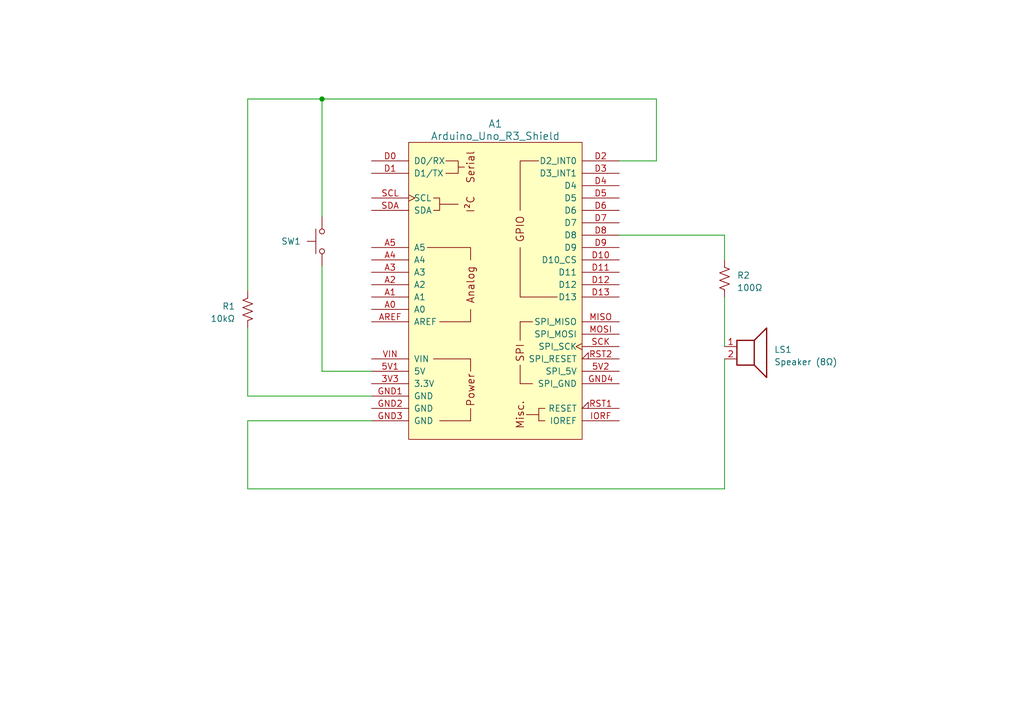
<source format=kicad_sch>
(kicad_sch (version 20230121) (generator eeschema)

  (uuid 541095e3-df8e-41d3-a10e-6624712f755c)

  (paper "A5")

  (title_block
    (title "Alarm Button")
  )

  (lib_symbols
    (symbol "Device:R_US" (pin_numbers hide) (pin_names (offset 0)) (in_bom yes) (on_board yes)
      (property "Reference" "R" (at 2.54 0 90)
        (effects (font (size 1.27 1.27)))
      )
      (property "Value" "R_US" (at -2.54 0 90)
        (effects (font (size 1.27 1.27)))
      )
      (property "Footprint" "" (at 1.016 -0.254 90)
        (effects (font (size 1.27 1.27)) hide)
      )
      (property "Datasheet" "~" (at 0 0 0)
        (effects (font (size 1.27 1.27)) hide)
      )
      (property "ki_keywords" "R res resistor" (at 0 0 0)
        (effects (font (size 1.27 1.27)) hide)
      )
      (property "ki_description" "Resistor, US symbol" (at 0 0 0)
        (effects (font (size 1.27 1.27)) hide)
      )
      (property "ki_fp_filters" "R_*" (at 0 0 0)
        (effects (font (size 1.27 1.27)) hide)
      )
      (symbol "R_US_0_1"
        (polyline
          (pts
            (xy 0 -2.286)
            (xy 0 -2.54)
          )
          (stroke (width 0) (type default))
          (fill (type none))
        )
        (polyline
          (pts
            (xy 0 2.286)
            (xy 0 2.54)
          )
          (stroke (width 0) (type default))
          (fill (type none))
        )
        (polyline
          (pts
            (xy 0 -0.762)
            (xy 1.016 -1.143)
            (xy 0 -1.524)
            (xy -1.016 -1.905)
            (xy 0 -2.286)
          )
          (stroke (width 0) (type default))
          (fill (type none))
        )
        (polyline
          (pts
            (xy 0 0.762)
            (xy 1.016 0.381)
            (xy 0 0)
            (xy -1.016 -0.381)
            (xy 0 -0.762)
          )
          (stroke (width 0) (type default))
          (fill (type none))
        )
        (polyline
          (pts
            (xy 0 2.286)
            (xy 1.016 1.905)
            (xy 0 1.524)
            (xy -1.016 1.143)
            (xy 0 0.762)
          )
          (stroke (width 0) (type default))
          (fill (type none))
        )
      )
      (symbol "R_US_1_1"
        (pin passive line (at 0 3.81 270) (length 1.27)
          (name "~" (effects (font (size 1.27 1.27))))
          (number "1" (effects (font (size 1.27 1.27))))
        )
        (pin passive line (at 0 -3.81 90) (length 1.27)
          (name "~" (effects (font (size 1.27 1.27))))
          (number "2" (effects (font (size 1.27 1.27))))
        )
      )
    )
    (symbol "Device:Speaker" (pin_names (offset 0) hide) (in_bom yes) (on_board yes)
      (property "Reference" "LS" (at 1.27 5.715 0)
        (effects (font (size 1.27 1.27)) (justify right))
      )
      (property "Value" "Speaker" (at 1.27 3.81 0)
        (effects (font (size 1.27 1.27)) (justify right))
      )
      (property "Footprint" "" (at 0 -5.08 0)
        (effects (font (size 1.27 1.27)) hide)
      )
      (property "Datasheet" "~" (at -0.254 -1.27 0)
        (effects (font (size 1.27 1.27)) hide)
      )
      (property "ki_keywords" "speaker sound" (at 0 0 0)
        (effects (font (size 1.27 1.27)) hide)
      )
      (property "ki_description" "Speaker" (at 0 0 0)
        (effects (font (size 1.27 1.27)) hide)
      )
      (symbol "Speaker_0_0"
        (rectangle (start -2.54 1.27) (end 1.016 -3.81)
          (stroke (width 0.254) (type default))
          (fill (type none))
        )
        (polyline
          (pts
            (xy 1.016 1.27)
            (xy 3.556 3.81)
            (xy 3.556 -6.35)
            (xy 1.016 -3.81)
          )
          (stroke (width 0.254) (type default))
          (fill (type none))
        )
      )
      (symbol "Speaker_1_1"
        (pin input line (at -5.08 0 0) (length 2.54)
          (name "1" (effects (font (size 1.27 1.27))))
          (number "1" (effects (font (size 1.27 1.27))))
        )
        (pin input line (at -5.08 -2.54 0) (length 2.54)
          (name "2" (effects (font (size 1.27 1.27))))
          (number "2" (effects (font (size 1.27 1.27))))
        )
      )
    )
    (symbol "PCM_arduino-library:Arduino_Uno_R3_Shield" (pin_names (offset 1.016)) (in_bom yes) (on_board yes)
      (property "Reference" "A" (at 0 36.83 0)
        (effects (font (size 1.524 1.524)))
      )
      (property "Value" "Arduino_Uno_R3_Shield" (at 0 33.02 0)
        (effects (font (size 1.524 1.524)))
      )
      (property "Footprint" "PCM_arduino-library:Arduino_Uno_R3_Shield" (at 0 -38.1 0)
        (effects (font (size 1.524 1.524)) hide)
      )
      (property "Datasheet" "https://docs.arduino.cc/hardware/uno-rev3" (at 0 -34.29 0)
        (effects (font (size 1.524 1.524)) hide)
      )
      (property "ki_keywords" "Arduino MPU Shield" (at 0 0 0)
        (effects (font (size 1.27 1.27)) hide)
      )
      (property "ki_description" "Shield for Arduino Uno R3" (at 0 0 0)
        (effects (font (size 1.27 1.27)) hide)
      )
      (property "ki_fp_filters" "Arduino_Uno_R3_Shield" (at 0 0 0)
        (effects (font (size 1.27 1.27)) hide)
      )
      (symbol "Arduino_Uno_R3_Shield_0_0"
        (rectangle (start -17.78 30.48) (end 17.78 -30.48)
          (stroke (width 0) (type default))
          (fill (type background))
        )
        (rectangle (start -12.7 -13.97) (end -5.08 -13.97)
          (stroke (width 0) (type default))
          (fill (type none))
        )
        (rectangle (start -11.43 -26.67) (end -5.08 -26.67)
          (stroke (width 0) (type default))
          (fill (type none))
        )
        (polyline
          (pts
            (xy -11.43 17.78)
            (xy -7.62 17.78)
          )
          (stroke (width 0) (type default))
          (fill (type none))
        )
        (polyline
          (pts
            (xy -7.62 25.4)
            (xy -6.35 25.4)
          )
          (stroke (width 0) (type default))
          (fill (type none))
        )
        (polyline
          (pts
            (xy -5.08 -26.67)
            (xy -5.08 -24.13)
          )
          (stroke (width 0) (type default))
          (fill (type none))
        )
        (polyline
          (pts
            (xy -5.08 -15.24)
            (xy -5.08 -16.51)
          )
          (stroke (width 0) (type default))
          (fill (type none))
        )
        (polyline
          (pts
            (xy -5.08 -13.97)
            (xy -5.08 -15.24)
          )
          (stroke (width 0) (type default))
          (fill (type none))
        )
        (polyline
          (pts
            (xy -5.08 -3.81)
            (xy -5.08 -6.35)
            (xy -11.43 -6.35)
          )
          (stroke (width 0) (type default))
          (fill (type none))
        )
        (polyline
          (pts
            (xy -5.08 6.35)
            (xy -5.08 8.89)
            (xy -13.97 8.89)
          )
          (stroke (width 0) (type default))
          (fill (type none))
        )
        (polyline
          (pts
            (xy 5.08 8.89)
            (xy 5.08 -1.27)
            (xy 12.7 -1.27)
          )
          (stroke (width 0) (type default))
          (fill (type none))
        )
        (polyline
          (pts
            (xy 5.08 16.51)
            (xy 5.08 26.67)
            (xy 8.89 26.67)
          )
          (stroke (width 0) (type default))
          (fill (type none))
        )
        (polyline
          (pts
            (xy -12.7 19.05)
            (xy -11.43 19.05)
            (xy -11.43 16.51)
            (xy -12.7 16.51)
          )
          (stroke (width 0) (type default))
          (fill (type none))
        )
        (polyline
          (pts
            (xy -10.16 26.67)
            (xy -7.62 26.67)
            (xy -7.62 24.13)
            (xy -10.16 24.13)
          )
          (stroke (width 0) (type default))
          (fill (type none))
        )
        (rectangle (start 5.08 -19.05) (end 5.08 -15.24)
          (stroke (width 0) (type default))
          (fill (type none))
        )
        (rectangle (start 5.08 -19.05) (end 7.62 -19.05)
          (stroke (width 0) (type default))
          (fill (type none))
        )
        (rectangle (start 5.08 -10.16) (end 5.08 -6.35)
          (stroke (width 0) (type default))
          (fill (type none))
        )
        (rectangle (start 7.62 -6.35) (end 5.08 -6.35)
          (stroke (width 0) (type default))
          (fill (type none))
        )
        (rectangle (start 8.89 -25.4) (end 6.35 -25.4)
          (stroke (width 0) (type default))
          (fill (type none))
        )
        (rectangle (start 8.89 -24.13) (end 8.89 -26.67)
          (stroke (width 0) (type default))
          (fill (type none))
        )
        (rectangle (start 10.16 -26.67) (end 8.89 -26.67)
          (stroke (width 0) (type default))
          (fill (type none))
        )
        (rectangle (start 10.16 -24.13) (end 8.89 -24.13)
          (stroke (width 0) (type default))
          (fill (type none))
        )
        (text "Analog" (at -5.08 1.27 900)
          (effects (font (size 1.524 1.524)))
        )
        (text "I²C" (at -5.08 17.78 900)
          (effects (font (size 1.524 1.524)))
        )
        (text "Misc." (at 5.08 -25.4 900)
          (effects (font (size 1.524 1.524)))
        )
        (text "Power" (at -5.08 -20.32 900)
          (effects (font (size 1.524 1.524)))
        )
        (text "Serial" (at -5.08 25.4 900)
          (effects (font (size 1.524 1.524)))
        )
        (text "SPI" (at 5.08 -12.7 900)
          (effects (font (size 1.524 1.524)))
        )
      )
      (symbol "Arduino_Uno_R3_Shield_1_0"
        (text "GPIO" (at 5.08 12.7 900)
          (effects (font (size 1.524 1.524)))
        )
      )
      (symbol "Arduino_Uno_R3_Shield_1_1"
        (pin power_out line (at -25.4 -19.05 0) (length 7.62)
          (name "3.3V" (effects (font (size 1.27 1.27))))
          (number "3V3" (effects (font (size 1.27 1.27))))
        )
        (pin power_in line (at -25.4 -16.51 0) (length 7.62)
          (name "5V" (effects (font (size 1.27 1.27))))
          (number "5V1" (effects (font (size 1.27 1.27))))
        )
        (pin power_in line (at 25.4 -16.51 180) (length 7.62)
          (name "SPI_5V" (effects (font (size 1.27 1.27))))
          (number "5V2" (effects (font (size 1.27 1.27))))
        )
        (pin bidirectional line (at -25.4 -3.81 0) (length 7.62)
          (name "A0" (effects (font (size 1.27 1.27))))
          (number "A0" (effects (font (size 1.27 1.27))))
        )
        (pin bidirectional line (at -25.4 -1.27 0) (length 7.62)
          (name "A1" (effects (font (size 1.27 1.27))))
          (number "A1" (effects (font (size 1.27 1.27))))
        )
        (pin bidirectional line (at -25.4 1.27 0) (length 7.62)
          (name "A2" (effects (font (size 1.27 1.27))))
          (number "A2" (effects (font (size 1.27 1.27))))
        )
        (pin bidirectional line (at -25.4 3.81 0) (length 7.62)
          (name "A3" (effects (font (size 1.27 1.27))))
          (number "A3" (effects (font (size 1.27 1.27))))
        )
        (pin bidirectional line (at -25.4 6.35 0) (length 7.62)
          (name "A4" (effects (font (size 1.27 1.27))))
          (number "A4" (effects (font (size 1.27 1.27))))
        )
        (pin bidirectional line (at -25.4 8.89 0) (length 7.62)
          (name "A5" (effects (font (size 1.27 1.27))))
          (number "A5" (effects (font (size 1.27 1.27))))
        )
        (pin input line (at -25.4 -6.35 0) (length 7.62)
          (name "AREF" (effects (font (size 1.27 1.27))))
          (number "AREF" (effects (font (size 1.27 1.27))))
        )
        (pin bidirectional line (at -25.4 26.67 0) (length 7.62)
          (name "D0/RX" (effects (font (size 1.27 1.27))))
          (number "D0" (effects (font (size 1.27 1.27))))
        )
        (pin bidirectional line (at -25.4 24.13 0) (length 7.62)
          (name "D1/TX" (effects (font (size 1.27 1.27))))
          (number "D1" (effects (font (size 1.27 1.27))))
        )
        (pin bidirectional line (at 25.4 6.35 180) (length 7.62)
          (name "D10_CS" (effects (font (size 1.27 1.27))))
          (number "D10" (effects (font (size 1.27 1.27))))
        )
        (pin bidirectional line (at 25.4 3.81 180) (length 7.62)
          (name "D11" (effects (font (size 1.27 1.27))))
          (number "D11" (effects (font (size 1.27 1.27))))
        )
        (pin bidirectional line (at 25.4 1.27 180) (length 7.62)
          (name "D12" (effects (font (size 1.27 1.27))))
          (number "D12" (effects (font (size 1.27 1.27))))
        )
        (pin bidirectional line (at 25.4 -1.27 180) (length 7.62)
          (name "D13" (effects (font (size 1.27 1.27))))
          (number "D13" (effects (font (size 1.27 1.27))))
        )
        (pin bidirectional line (at 25.4 26.67 180) (length 7.62)
          (name "D2_INT0" (effects (font (size 1.27 1.27))))
          (number "D2" (effects (font (size 1.27 1.27))))
        )
        (pin bidirectional line (at 25.4 24.13 180) (length 7.62)
          (name "D3_INT1" (effects (font (size 1.27 1.27))))
          (number "D3" (effects (font (size 1.27 1.27))))
        )
        (pin bidirectional line (at 25.4 21.59 180) (length 7.62)
          (name "D4" (effects (font (size 1.27 1.27))))
          (number "D4" (effects (font (size 1.27 1.27))))
        )
        (pin bidirectional line (at 25.4 19.05 180) (length 7.62)
          (name "D5" (effects (font (size 1.27 1.27))))
          (number "D5" (effects (font (size 1.27 1.27))))
        )
        (pin bidirectional line (at 25.4 16.51 180) (length 7.62)
          (name "D6" (effects (font (size 1.27 1.27))))
          (number "D6" (effects (font (size 1.27 1.27))))
        )
        (pin bidirectional line (at 25.4 13.97 180) (length 7.62)
          (name "D7" (effects (font (size 1.27 1.27))))
          (number "D7" (effects (font (size 1.27 1.27))))
        )
        (pin bidirectional line (at 25.4 11.43 180) (length 7.62)
          (name "D8" (effects (font (size 1.27 1.27))))
          (number "D8" (effects (font (size 1.27 1.27))))
        )
        (pin bidirectional line (at 25.4 8.89 180) (length 7.62)
          (name "D9" (effects (font (size 1.27 1.27))))
          (number "D9" (effects (font (size 1.27 1.27))))
        )
        (pin power_in line (at -25.4 -21.59 0) (length 7.62)
          (name "GND" (effects (font (size 1.27 1.27))))
          (number "GND1" (effects (font (size 1.27 1.27))))
        )
        (pin power_in line (at -25.4 -24.13 0) (length 7.62)
          (name "GND" (effects (font (size 1.27 1.27))))
          (number "GND2" (effects (font (size 1.27 1.27))))
        )
        (pin power_in line (at -25.4 -26.67 0) (length 7.62)
          (name "GND" (effects (font (size 1.27 1.27))))
          (number "GND3" (effects (font (size 1.27 1.27))))
        )
        (pin power_in line (at 25.4 -19.05 180) (length 7.62)
          (name "SPI_GND" (effects (font (size 1.27 1.27))))
          (number "GND4" (effects (font (size 1.27 1.27))))
        )
        (pin output line (at 25.4 -26.67 180) (length 7.62)
          (name "IOREF" (effects (font (size 1.27 1.27))))
          (number "IORF" (effects (font (size 1.27 1.27))))
        )
        (pin input line (at 25.4 -6.35 180) (length 7.62)
          (name "SPI_MISO" (effects (font (size 1.27 1.27))))
          (number "MISO" (effects (font (size 1.27 1.27))))
        )
        (pin output line (at 25.4 -8.89 180) (length 7.62)
          (name "SPI_MOSI" (effects (font (size 1.27 1.27))))
          (number "MOSI" (effects (font (size 1.27 1.27))))
        )
        (pin open_collector input_low (at 25.4 -24.13 180) (length 7.62)
          (name "RESET" (effects (font (size 1.27 1.27))))
          (number "RST1" (effects (font (size 1.27 1.27))))
        )
        (pin open_collector input_low (at 25.4 -13.97 180) (length 7.62)
          (name "SPI_RESET" (effects (font (size 1.27 1.27))))
          (number "RST2" (effects (font (size 1.27 1.27))))
        )
        (pin output clock (at 25.4 -11.43 180) (length 7.62)
          (name "SPI_SCK" (effects (font (size 1.27 1.27))))
          (number "SCK" (effects (font (size 1.27 1.27))))
        )
        (pin bidirectional clock (at -25.4 19.05 0) (length 7.62)
          (name "SCL" (effects (font (size 1.27 1.27))))
          (number "SCL" (effects (font (size 1.27 1.27))))
        )
        (pin bidirectional line (at -25.4 16.51 0) (length 7.62)
          (name "SDA" (effects (font (size 1.27 1.27))))
          (number "SDA" (effects (font (size 1.27 1.27))))
        )
        (pin power_in line (at -25.4 -13.97 0) (length 7.62)
          (name "VIN" (effects (font (size 1.27 1.27))))
          (number "VIN" (effects (font (size 1.27 1.27))))
        )
      )
    )
    (symbol "Switch:SW_Push" (pin_numbers hide) (pin_names (offset 1.016) hide) (in_bom yes) (on_board yes)
      (property "Reference" "SW" (at 1.27 2.54 0)
        (effects (font (size 1.27 1.27)) (justify left))
      )
      (property "Value" "SW_Push" (at 0 -1.524 0)
        (effects (font (size 1.27 1.27)))
      )
      (property "Footprint" "" (at 0 5.08 0)
        (effects (font (size 1.27 1.27)) hide)
      )
      (property "Datasheet" "~" (at 0 5.08 0)
        (effects (font (size 1.27 1.27)) hide)
      )
      (property "ki_keywords" "switch normally-open pushbutton push-button" (at 0 0 0)
        (effects (font (size 1.27 1.27)) hide)
      )
      (property "ki_description" "Push button switch, generic, two pins" (at 0 0 0)
        (effects (font (size 1.27 1.27)) hide)
      )
      (symbol "SW_Push_0_1"
        (circle (center -2.032 0) (radius 0.508)
          (stroke (width 0) (type default))
          (fill (type none))
        )
        (polyline
          (pts
            (xy 0 1.27)
            (xy 0 3.048)
          )
          (stroke (width 0) (type default))
          (fill (type none))
        )
        (polyline
          (pts
            (xy 2.54 1.27)
            (xy -2.54 1.27)
          )
          (stroke (width 0) (type default))
          (fill (type none))
        )
        (circle (center 2.032 0) (radius 0.508)
          (stroke (width 0) (type default))
          (fill (type none))
        )
        (pin passive line (at -5.08 0 0) (length 2.54)
          (name "1" (effects (font (size 1.27 1.27))))
          (number "1" (effects (font (size 1.27 1.27))))
        )
        (pin passive line (at 5.08 0 180) (length 2.54)
          (name "2" (effects (font (size 1.27 1.27))))
          (number "2" (effects (font (size 1.27 1.27))))
        )
      )
    )
  )

  (junction (at 66.04 20.32) (diameter 0) (color 0 0 0 0)
    (uuid ead0c66b-bd1c-4573-a295-d50dc37a563a)
  )

  (wire (pts (xy 127 48.26) (xy 148.59 48.26))
    (stroke (width 0) (type default))
    (uuid 0e847f93-b4ac-4301-9ffa-6862c9358150)
  )
  (wire (pts (xy 50.8 59.69) (xy 50.8 20.32))
    (stroke (width 0) (type default))
    (uuid 25df048c-456a-4647-b3c7-f31455588728)
  )
  (wire (pts (xy 50.8 20.32) (xy 66.04 20.32))
    (stroke (width 0) (type default))
    (uuid 2a031711-6e0a-4d7a-bddf-635f45c15848)
  )
  (wire (pts (xy 148.59 48.26) (xy 148.59 53.34))
    (stroke (width 0) (type default))
    (uuid 39309250-20cb-4a61-8998-e30f3d44a20d)
  )
  (wire (pts (xy 50.8 100.33) (xy 50.8 86.36))
    (stroke (width 0) (type default))
    (uuid 3e6eff16-a63b-4f96-a817-83538c8e756e)
  )
  (wire (pts (xy 50.8 81.28) (xy 76.2 81.28))
    (stroke (width 0) (type default))
    (uuid 55227b0f-f50e-4e1c-8686-f1ad064e20a0)
  )
  (wire (pts (xy 66.04 76.2) (xy 66.04 54.61))
    (stroke (width 0) (type default))
    (uuid 78c39579-e3fd-412f-91c9-c83f3f44ffa4)
  )
  (wire (pts (xy 66.04 44.45) (xy 66.04 20.32))
    (stroke (width 0) (type default))
    (uuid 845bca6e-3bfd-47e1-b3a8-60465448c32a)
  )
  (wire (pts (xy 76.2 76.2) (xy 66.04 76.2))
    (stroke (width 0) (type default))
    (uuid 976d4805-7c8a-4c84-9866-12f04e1eec33)
  )
  (wire (pts (xy 66.04 20.32) (xy 134.62 20.32))
    (stroke (width 0) (type default))
    (uuid a50c840d-ef28-4894-af3e-60e0d004a04b)
  )
  (wire (pts (xy 148.59 73.66) (xy 148.59 100.33))
    (stroke (width 0) (type default))
    (uuid acdbf2ea-8791-42c9-bc9e-026a83cb2c42)
  )
  (wire (pts (xy 148.59 100.33) (xy 50.8 100.33))
    (stroke (width 0) (type default))
    (uuid d5eeb8ee-6cb3-42ba-a060-909bf4fc02eb)
  )
  (wire (pts (xy 50.8 86.36) (xy 76.2 86.36))
    (stroke (width 0) (type default))
    (uuid d80892c0-1df1-4600-bdcd-ec6fbc5480be)
  )
  (wire (pts (xy 134.62 20.32) (xy 134.62 33.02))
    (stroke (width 0) (type default))
    (uuid e98b00ef-34b9-411b-835c-4665ca64d951)
  )
  (wire (pts (xy 50.8 67.31) (xy 50.8 81.28))
    (stroke (width 0) (type default))
    (uuid f1db4ea1-1fe6-4f65-83e3-622eb896453e)
  )
  (wire (pts (xy 134.62 33.02) (xy 127 33.02))
    (stroke (width 0) (type default))
    (uuid f8d8c4ea-cadd-4b18-b4ad-a9e950f317dd)
  )
  (wire (pts (xy 148.59 60.96) (xy 148.59 71.12))
    (stroke (width 0) (type default))
    (uuid ffc5fcb5-4312-40d8-9d07-44eff397a254)
  )

  (symbol (lib_id "PCM_arduino-library:Arduino_Uno_R3_Shield") (at 101.6 59.69 0) (unit 1)
    (in_bom yes) (on_board yes) (dnp no) (fields_autoplaced)
    (uuid 5a98d40f-bf35-46bb-9095-2efff1c4ae04)
    (property "Reference" "A1" (at 101.6 25.4 0)
      (effects (font (size 1.524 1.524)))
    )
    (property "Value" "Arduino_Uno_R3_Shield" (at 101.6 27.94 0)
      (effects (font (size 1.524 1.524)))
    )
    (property "Footprint" "PCM_arduino-library:Arduino_Uno_R3_Shield" (at 101.6 97.79 0)
      (effects (font (size 1.524 1.524)) hide)
    )
    (property "Datasheet" "https://docs.arduino.cc/hardware/uno-rev3" (at 101.6 93.98 0)
      (effects (font (size 1.524 1.524)) hide)
    )
    (pin "3V3" (uuid 0bbd7b43-93fd-40f1-a0d0-1eac63e88f01))
    (pin "5V1" (uuid 0d285da1-d119-45cd-a008-1c419cf7177f))
    (pin "5V2" (uuid ee0a5d21-5eac-4c61-a459-7f6bca050097))
    (pin "A0" (uuid 1fb8462f-40ae-4f5b-a8ad-588c674cf688))
    (pin "A1" (uuid 8d5ca0f2-d634-477c-a55c-114217617fc6))
    (pin "A2" (uuid 939769ff-b45e-44af-adbc-2ea923e76ad8))
    (pin "A3" (uuid 57b9a8d6-e1bf-4324-aa76-2573e8c7c530))
    (pin "A4" (uuid 9955f9e6-a29c-4523-b334-61686267deca))
    (pin "A5" (uuid 774d6420-7aa1-4e6f-8ac4-b30bfcc954ad))
    (pin "AREF" (uuid 70219459-e375-43e4-854a-204684d642c3))
    (pin "D0" (uuid a1553d2b-0b00-4371-961f-950c099c7365))
    (pin "D1" (uuid d2c22674-33dc-4610-b449-168a31c586fb))
    (pin "D10" (uuid 98db971f-60ba-4ecf-bf18-9040bbd703f4))
    (pin "D11" (uuid da6bb189-0a0f-415d-9218-26b194f9b1bb))
    (pin "D12" (uuid 88f9832d-b804-4aa8-a6e1-c2a27e588916))
    (pin "D13" (uuid 53e9419b-b205-4c40-9507-1320a1567741))
    (pin "D2" (uuid 1586a700-8408-42fb-8716-dfb1cd712680))
    (pin "D3" (uuid 66dfa1b4-c7fb-43f2-a5fe-62de36d7fbf0))
    (pin "D4" (uuid d581639d-01e2-450f-918f-1de3a767d631))
    (pin "D5" (uuid c06dc49c-83f0-45b3-a812-e8a1b99a39d6))
    (pin "D6" (uuid 6da83796-8417-4069-b989-533e3067c084))
    (pin "D7" (uuid 7d479731-69e5-4908-bbe3-b715250c4b7d))
    (pin "D8" (uuid e5898cd9-09b2-4a0c-805d-bae9e7f28ae0))
    (pin "D9" (uuid 13adf926-92d2-4306-9583-12e9d49e521a))
    (pin "GND1" (uuid d3a19f3c-1a50-47fa-b8ff-f11e426b1cdc))
    (pin "GND2" (uuid 807365ba-78e3-4630-accd-06135b722f86))
    (pin "GND3" (uuid e9db4be9-962b-4446-adc4-1e388486fe3a))
    (pin "GND4" (uuid 8d34ba70-596f-444c-9206-2ace92742ec4))
    (pin "IORF" (uuid 7e2aaece-f1dd-4bcc-b35c-23854f32b215))
    (pin "MISO" (uuid 676a6bdc-ba85-4275-ac79-fb4edfe7df1f))
    (pin "MOSI" (uuid 459c3bbc-89e3-4710-84a9-434e72a3accb))
    (pin "RST1" (uuid 9d33eb7c-a294-4b47-bbcc-d99f2a15c211))
    (pin "RST2" (uuid ea96ca94-1659-4eae-b47a-9b77c53596ae))
    (pin "SCK" (uuid ac976178-56e7-4d4b-845f-fddd57a830ed))
    (pin "SCL" (uuid 03e3d165-b348-4465-aaaf-cc73cc2ac114))
    (pin "SDA" (uuid 297713f9-5d85-41a9-8460-30a88a876d91))
    (pin "VIN" (uuid 6ead2536-eeab-435e-ae3e-712311c404f8))
    (instances
      (project "alarm_button"
        (path "/541095e3-df8e-41d3-a10e-6624712f755c"
          (reference "A1") (unit 1)
        )
      )
    )
  )

  (symbol (lib_id "Device:Speaker") (at 153.67 71.12 0) (unit 1)
    (in_bom yes) (on_board yes) (dnp no) (fields_autoplaced)
    (uuid 7a4faff1-e856-4d55-abca-89b9cb708131)
    (property "Reference" "LS1" (at 158.75 71.755 0)
      (effects (font (size 1.27 1.27)) (justify left))
    )
    (property "Value" "Speaker (8Ω)" (at 158.75 74.295 0)
      (effects (font (size 1.27 1.27)) (justify left))
    )
    (property "Footprint" "" (at 153.67 76.2 0)
      (effects (font (size 1.27 1.27)) hide)
    )
    (property "Datasheet" "~" (at 153.416 72.39 0)
      (effects (font (size 1.27 1.27)) hide)
    )
    (pin "1" (uuid 23915989-f6c2-4c76-b26f-824099c12923))
    (pin "2" (uuid cdf516f0-f0fb-4802-8377-84ef6cc73bf4))
    (instances
      (project "alarm_button"
        (path "/541095e3-df8e-41d3-a10e-6624712f755c"
          (reference "LS1") (unit 1)
        )
      )
    )
  )

  (symbol (lib_id "Device:R_US") (at 50.8 63.5 0) (mirror y) (unit 1)
    (in_bom yes) (on_board yes) (dnp no)
    (uuid a1ceabc0-95c4-46fa-b726-0ecf6a820c89)
    (property "Reference" "R1" (at 48.26 62.865 0)
      (effects (font (size 1.27 1.27)) (justify left))
    )
    (property "Value" "10kΩ" (at 48.26 65.405 0)
      (effects (font (size 1.27 1.27)) (justify left))
    )
    (property "Footprint" "" (at 49.784 63.754 90)
      (effects (font (size 1.27 1.27)) hide)
    )
    (property "Datasheet" "~" (at 50.8 63.5 0)
      (effects (font (size 1.27 1.27)) hide)
    )
    (pin "1" (uuid f0f2ce95-182b-47fb-87c0-5eeee053107e))
    (pin "2" (uuid 66b6dc30-6443-47dc-a58c-bb65eb45e0cf))
    (instances
      (project "alarm_button"
        (path "/541095e3-df8e-41d3-a10e-6624712f755c"
          (reference "R1") (unit 1)
        )
      )
    )
  )

  (symbol (lib_id "Switch:SW_Push") (at 66.04 49.53 90) (mirror x) (unit 1)
    (in_bom yes) (on_board yes) (dnp no)
    (uuid ad72dcde-9e80-4970-b1ec-00d3f4e8f61a)
    (property "Reference" "SW1" (at 59.69 49.53 90)
      (effects (font (size 1.27 1.27)))
    )
    (property "Value" "SW_Push" (at 60.96 50.8 90)
      (effects (font (size 1.27 1.27)) hide)
    )
    (property "Footprint" "" (at 60.96 49.53 0)
      (effects (font (size 1.27 1.27)) hide)
    )
    (property "Datasheet" "~" (at 60.96 49.53 0)
      (effects (font (size 1.27 1.27)) hide)
    )
    (pin "1" (uuid a2afa47c-7152-470e-ba91-169244f4896a))
    (pin "2" (uuid f7797952-6e03-4a64-af59-76308b3696f1))
    (instances
      (project "alarm_button"
        (path "/541095e3-df8e-41d3-a10e-6624712f755c"
          (reference "SW1") (unit 1)
        )
      )
    )
  )

  (symbol (lib_id "Device:R_US") (at 148.59 57.15 0) (unit 1)
    (in_bom yes) (on_board yes) (dnp no)
    (uuid e014a27a-d471-4f50-a399-8f14eb26d797)
    (property "Reference" "R2" (at 151.13 56.515 0)
      (effects (font (size 1.27 1.27)) (justify left))
    )
    (property "Value" "100Ω" (at 151.13 59.055 0)
      (effects (font (size 1.27 1.27)) (justify left))
    )
    (property "Footprint" "" (at 149.606 57.404 90)
      (effects (font (size 1.27 1.27)) hide)
    )
    (property "Datasheet" "~" (at 148.59 57.15 0)
      (effects (font (size 1.27 1.27)) hide)
    )
    (pin "1" (uuid 0a3630f1-58a0-4c9d-959f-c52e5366dc44))
    (pin "2" (uuid f8b6e400-a508-4f2c-bd6b-3dc254e32e5e))
    (instances
      (project "alarm_button"
        (path "/541095e3-df8e-41d3-a10e-6624712f755c"
          (reference "R2") (unit 1)
        )
      )
    )
  )

  (sheet_instances
    (path "/" (page "1"))
  )
)

</source>
